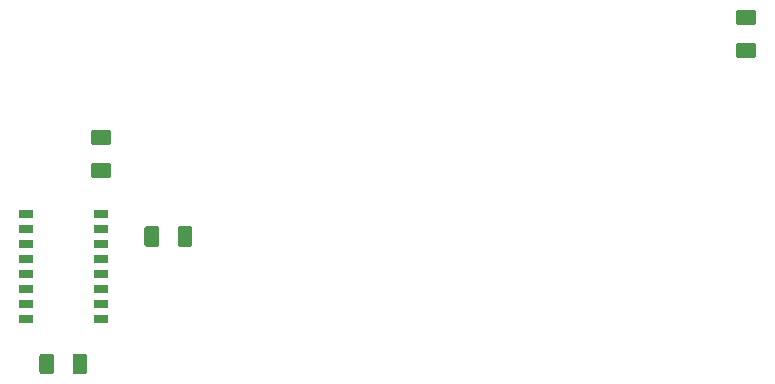
<source format=gbr>
G04 #@! TF.GenerationSoftware,KiCad,Pcbnew,5.0.2-bee76a0~70~ubuntu16.04.1*
G04 #@! TF.CreationDate,2019-06-09T20:50:42+02:00*
G04 #@! TF.ProjectId,VIAxe,56494178-652e-46b6-9963-61645f706362,rev?*
G04 #@! TF.SameCoordinates,Original*
G04 #@! TF.FileFunction,Paste,Top*
G04 #@! TF.FilePolarity,Positive*
%FSLAX46Y46*%
G04 Gerber Fmt 4.6, Leading zero omitted, Abs format (unit mm)*
G04 Created by KiCad (PCBNEW 5.0.2-bee76a0~70~ubuntu16.04.1) date nie, 9 cze 2019, 20:50:42*
%MOMM*%
%LPD*%
G01*
G04 APERTURE LIST*
%ADD10C,0.100000*%
%ADD11C,1.250000*%
%ADD12R,1.300000X0.800000*%
G04 APERTURE END LIST*
D10*
G04 #@! TO.C,C1*
G36*
X95899504Y-67451204D02*
X95923773Y-67454804D01*
X95947571Y-67460765D01*
X95970671Y-67469030D01*
X95992849Y-67479520D01*
X96013893Y-67492133D01*
X96033598Y-67506747D01*
X96051777Y-67523223D01*
X96068253Y-67541402D01*
X96082867Y-67561107D01*
X96095480Y-67582151D01*
X96105970Y-67604329D01*
X96114235Y-67627429D01*
X96120196Y-67651227D01*
X96123796Y-67675496D01*
X96125000Y-67700000D01*
X96125000Y-68450000D01*
X96123796Y-68474504D01*
X96120196Y-68498773D01*
X96114235Y-68522571D01*
X96105970Y-68545671D01*
X96095480Y-68567849D01*
X96082867Y-68588893D01*
X96068253Y-68608598D01*
X96051777Y-68626777D01*
X96033598Y-68643253D01*
X96013893Y-68657867D01*
X95992849Y-68670480D01*
X95970671Y-68680970D01*
X95947571Y-68689235D01*
X95923773Y-68695196D01*
X95899504Y-68698796D01*
X95875000Y-68700000D01*
X94625000Y-68700000D01*
X94600496Y-68698796D01*
X94576227Y-68695196D01*
X94552429Y-68689235D01*
X94529329Y-68680970D01*
X94507151Y-68670480D01*
X94486107Y-68657867D01*
X94466402Y-68643253D01*
X94448223Y-68626777D01*
X94431747Y-68608598D01*
X94417133Y-68588893D01*
X94404520Y-68567849D01*
X94394030Y-68545671D01*
X94385765Y-68522571D01*
X94379804Y-68498773D01*
X94376204Y-68474504D01*
X94375000Y-68450000D01*
X94375000Y-67700000D01*
X94376204Y-67675496D01*
X94379804Y-67651227D01*
X94385765Y-67627429D01*
X94394030Y-67604329D01*
X94404520Y-67582151D01*
X94417133Y-67561107D01*
X94431747Y-67541402D01*
X94448223Y-67523223D01*
X94466402Y-67506747D01*
X94486107Y-67492133D01*
X94507151Y-67479520D01*
X94529329Y-67469030D01*
X94552429Y-67460765D01*
X94576227Y-67454804D01*
X94600496Y-67451204D01*
X94625000Y-67450000D01*
X95875000Y-67450000D01*
X95899504Y-67451204D01*
X95899504Y-67451204D01*
G37*
D11*
X95250000Y-68075000D03*
D10*
G36*
X95899504Y-64651204D02*
X95923773Y-64654804D01*
X95947571Y-64660765D01*
X95970671Y-64669030D01*
X95992849Y-64679520D01*
X96013893Y-64692133D01*
X96033598Y-64706747D01*
X96051777Y-64723223D01*
X96068253Y-64741402D01*
X96082867Y-64761107D01*
X96095480Y-64782151D01*
X96105970Y-64804329D01*
X96114235Y-64827429D01*
X96120196Y-64851227D01*
X96123796Y-64875496D01*
X96125000Y-64900000D01*
X96125000Y-65650000D01*
X96123796Y-65674504D01*
X96120196Y-65698773D01*
X96114235Y-65722571D01*
X96105970Y-65745671D01*
X96095480Y-65767849D01*
X96082867Y-65788893D01*
X96068253Y-65808598D01*
X96051777Y-65826777D01*
X96033598Y-65843253D01*
X96013893Y-65857867D01*
X95992849Y-65870480D01*
X95970671Y-65880970D01*
X95947571Y-65889235D01*
X95923773Y-65895196D01*
X95899504Y-65898796D01*
X95875000Y-65900000D01*
X94625000Y-65900000D01*
X94600496Y-65898796D01*
X94576227Y-65895196D01*
X94552429Y-65889235D01*
X94529329Y-65880970D01*
X94507151Y-65870480D01*
X94486107Y-65857867D01*
X94466402Y-65843253D01*
X94448223Y-65826777D01*
X94431747Y-65808598D01*
X94417133Y-65788893D01*
X94404520Y-65767849D01*
X94394030Y-65745671D01*
X94385765Y-65722571D01*
X94379804Y-65698773D01*
X94376204Y-65674504D01*
X94375000Y-65650000D01*
X94375000Y-64900000D01*
X94376204Y-64875496D01*
X94379804Y-64851227D01*
X94385765Y-64827429D01*
X94394030Y-64804329D01*
X94404520Y-64782151D01*
X94417133Y-64761107D01*
X94431747Y-64741402D01*
X94448223Y-64723223D01*
X94466402Y-64706747D01*
X94486107Y-64692133D01*
X94507151Y-64679520D01*
X94529329Y-64669030D01*
X94552429Y-64660765D01*
X94576227Y-64654804D01*
X94600496Y-64651204D01*
X94625000Y-64650000D01*
X95875000Y-64650000D01*
X95899504Y-64651204D01*
X95899504Y-64651204D01*
G37*
D11*
X95250000Y-65275000D03*
G04 #@! TD*
D10*
G04 #@! TO.C,C2*
G36*
X36464504Y-93741204D02*
X36488773Y-93744804D01*
X36512571Y-93750765D01*
X36535671Y-93759030D01*
X36557849Y-93769520D01*
X36578893Y-93782133D01*
X36598598Y-93796747D01*
X36616777Y-93813223D01*
X36633253Y-93831402D01*
X36647867Y-93851107D01*
X36660480Y-93872151D01*
X36670970Y-93894329D01*
X36679235Y-93917429D01*
X36685196Y-93941227D01*
X36688796Y-93965496D01*
X36690000Y-93990000D01*
X36690000Y-95240000D01*
X36688796Y-95264504D01*
X36685196Y-95288773D01*
X36679235Y-95312571D01*
X36670970Y-95335671D01*
X36660480Y-95357849D01*
X36647867Y-95378893D01*
X36633253Y-95398598D01*
X36616777Y-95416777D01*
X36598598Y-95433253D01*
X36578893Y-95447867D01*
X36557849Y-95460480D01*
X36535671Y-95470970D01*
X36512571Y-95479235D01*
X36488773Y-95485196D01*
X36464504Y-95488796D01*
X36440000Y-95490000D01*
X35690000Y-95490000D01*
X35665496Y-95488796D01*
X35641227Y-95485196D01*
X35617429Y-95479235D01*
X35594329Y-95470970D01*
X35572151Y-95460480D01*
X35551107Y-95447867D01*
X35531402Y-95433253D01*
X35513223Y-95416777D01*
X35496747Y-95398598D01*
X35482133Y-95378893D01*
X35469520Y-95357849D01*
X35459030Y-95335671D01*
X35450765Y-95312571D01*
X35444804Y-95288773D01*
X35441204Y-95264504D01*
X35440000Y-95240000D01*
X35440000Y-93990000D01*
X35441204Y-93965496D01*
X35444804Y-93941227D01*
X35450765Y-93917429D01*
X35459030Y-93894329D01*
X35469520Y-93872151D01*
X35482133Y-93851107D01*
X35496747Y-93831402D01*
X35513223Y-93813223D01*
X35531402Y-93796747D01*
X35551107Y-93782133D01*
X35572151Y-93769520D01*
X35594329Y-93759030D01*
X35617429Y-93750765D01*
X35641227Y-93744804D01*
X35665496Y-93741204D01*
X35690000Y-93740000D01*
X36440000Y-93740000D01*
X36464504Y-93741204D01*
X36464504Y-93741204D01*
G37*
D11*
X36065000Y-94615000D03*
D10*
G36*
X39264504Y-93741204D02*
X39288773Y-93744804D01*
X39312571Y-93750765D01*
X39335671Y-93759030D01*
X39357849Y-93769520D01*
X39378893Y-93782133D01*
X39398598Y-93796747D01*
X39416777Y-93813223D01*
X39433253Y-93831402D01*
X39447867Y-93851107D01*
X39460480Y-93872151D01*
X39470970Y-93894329D01*
X39479235Y-93917429D01*
X39485196Y-93941227D01*
X39488796Y-93965496D01*
X39490000Y-93990000D01*
X39490000Y-95240000D01*
X39488796Y-95264504D01*
X39485196Y-95288773D01*
X39479235Y-95312571D01*
X39470970Y-95335671D01*
X39460480Y-95357849D01*
X39447867Y-95378893D01*
X39433253Y-95398598D01*
X39416777Y-95416777D01*
X39398598Y-95433253D01*
X39378893Y-95447867D01*
X39357849Y-95460480D01*
X39335671Y-95470970D01*
X39312571Y-95479235D01*
X39288773Y-95485196D01*
X39264504Y-95488796D01*
X39240000Y-95490000D01*
X38490000Y-95490000D01*
X38465496Y-95488796D01*
X38441227Y-95485196D01*
X38417429Y-95479235D01*
X38394329Y-95470970D01*
X38372151Y-95460480D01*
X38351107Y-95447867D01*
X38331402Y-95433253D01*
X38313223Y-95416777D01*
X38296747Y-95398598D01*
X38282133Y-95378893D01*
X38269520Y-95357849D01*
X38259030Y-95335671D01*
X38250765Y-95312571D01*
X38244804Y-95288773D01*
X38241204Y-95264504D01*
X38240000Y-95240000D01*
X38240000Y-93990000D01*
X38241204Y-93965496D01*
X38244804Y-93941227D01*
X38250765Y-93917429D01*
X38259030Y-93894329D01*
X38269520Y-93872151D01*
X38282133Y-93851107D01*
X38296747Y-93831402D01*
X38313223Y-93813223D01*
X38331402Y-93796747D01*
X38351107Y-93782133D01*
X38372151Y-93769520D01*
X38394329Y-93759030D01*
X38417429Y-93750765D01*
X38441227Y-93744804D01*
X38465496Y-93741204D01*
X38490000Y-93740000D01*
X39240000Y-93740000D01*
X39264504Y-93741204D01*
X39264504Y-93741204D01*
G37*
D11*
X38865000Y-94615000D03*
G04 #@! TD*
D10*
G04 #@! TO.C,C3*
G36*
X45354504Y-82946204D02*
X45378773Y-82949804D01*
X45402571Y-82955765D01*
X45425671Y-82964030D01*
X45447849Y-82974520D01*
X45468893Y-82987133D01*
X45488598Y-83001747D01*
X45506777Y-83018223D01*
X45523253Y-83036402D01*
X45537867Y-83056107D01*
X45550480Y-83077151D01*
X45560970Y-83099329D01*
X45569235Y-83122429D01*
X45575196Y-83146227D01*
X45578796Y-83170496D01*
X45580000Y-83195000D01*
X45580000Y-84445000D01*
X45578796Y-84469504D01*
X45575196Y-84493773D01*
X45569235Y-84517571D01*
X45560970Y-84540671D01*
X45550480Y-84562849D01*
X45537867Y-84583893D01*
X45523253Y-84603598D01*
X45506777Y-84621777D01*
X45488598Y-84638253D01*
X45468893Y-84652867D01*
X45447849Y-84665480D01*
X45425671Y-84675970D01*
X45402571Y-84684235D01*
X45378773Y-84690196D01*
X45354504Y-84693796D01*
X45330000Y-84695000D01*
X44580000Y-84695000D01*
X44555496Y-84693796D01*
X44531227Y-84690196D01*
X44507429Y-84684235D01*
X44484329Y-84675970D01*
X44462151Y-84665480D01*
X44441107Y-84652867D01*
X44421402Y-84638253D01*
X44403223Y-84621777D01*
X44386747Y-84603598D01*
X44372133Y-84583893D01*
X44359520Y-84562849D01*
X44349030Y-84540671D01*
X44340765Y-84517571D01*
X44334804Y-84493773D01*
X44331204Y-84469504D01*
X44330000Y-84445000D01*
X44330000Y-83195000D01*
X44331204Y-83170496D01*
X44334804Y-83146227D01*
X44340765Y-83122429D01*
X44349030Y-83099329D01*
X44359520Y-83077151D01*
X44372133Y-83056107D01*
X44386747Y-83036402D01*
X44403223Y-83018223D01*
X44421402Y-83001747D01*
X44441107Y-82987133D01*
X44462151Y-82974520D01*
X44484329Y-82964030D01*
X44507429Y-82955765D01*
X44531227Y-82949804D01*
X44555496Y-82946204D01*
X44580000Y-82945000D01*
X45330000Y-82945000D01*
X45354504Y-82946204D01*
X45354504Y-82946204D01*
G37*
D11*
X44955000Y-83820000D03*
D10*
G36*
X48154504Y-82946204D02*
X48178773Y-82949804D01*
X48202571Y-82955765D01*
X48225671Y-82964030D01*
X48247849Y-82974520D01*
X48268893Y-82987133D01*
X48288598Y-83001747D01*
X48306777Y-83018223D01*
X48323253Y-83036402D01*
X48337867Y-83056107D01*
X48350480Y-83077151D01*
X48360970Y-83099329D01*
X48369235Y-83122429D01*
X48375196Y-83146227D01*
X48378796Y-83170496D01*
X48380000Y-83195000D01*
X48380000Y-84445000D01*
X48378796Y-84469504D01*
X48375196Y-84493773D01*
X48369235Y-84517571D01*
X48360970Y-84540671D01*
X48350480Y-84562849D01*
X48337867Y-84583893D01*
X48323253Y-84603598D01*
X48306777Y-84621777D01*
X48288598Y-84638253D01*
X48268893Y-84652867D01*
X48247849Y-84665480D01*
X48225671Y-84675970D01*
X48202571Y-84684235D01*
X48178773Y-84690196D01*
X48154504Y-84693796D01*
X48130000Y-84695000D01*
X47380000Y-84695000D01*
X47355496Y-84693796D01*
X47331227Y-84690196D01*
X47307429Y-84684235D01*
X47284329Y-84675970D01*
X47262151Y-84665480D01*
X47241107Y-84652867D01*
X47221402Y-84638253D01*
X47203223Y-84621777D01*
X47186747Y-84603598D01*
X47172133Y-84583893D01*
X47159520Y-84562849D01*
X47149030Y-84540671D01*
X47140765Y-84517571D01*
X47134804Y-84493773D01*
X47131204Y-84469504D01*
X47130000Y-84445000D01*
X47130000Y-83195000D01*
X47131204Y-83170496D01*
X47134804Y-83146227D01*
X47140765Y-83122429D01*
X47149030Y-83099329D01*
X47159520Y-83077151D01*
X47172133Y-83056107D01*
X47186747Y-83036402D01*
X47203223Y-83018223D01*
X47221402Y-83001747D01*
X47241107Y-82987133D01*
X47262151Y-82974520D01*
X47284329Y-82964030D01*
X47307429Y-82955765D01*
X47331227Y-82949804D01*
X47355496Y-82946204D01*
X47380000Y-82945000D01*
X48130000Y-82945000D01*
X48154504Y-82946204D01*
X48154504Y-82946204D01*
G37*
D11*
X47755000Y-83820000D03*
G04 #@! TD*
D10*
G04 #@! TO.C,R1*
G36*
X41289504Y-77611204D02*
X41313773Y-77614804D01*
X41337571Y-77620765D01*
X41360671Y-77629030D01*
X41382849Y-77639520D01*
X41403893Y-77652133D01*
X41423598Y-77666747D01*
X41441777Y-77683223D01*
X41458253Y-77701402D01*
X41472867Y-77721107D01*
X41485480Y-77742151D01*
X41495970Y-77764329D01*
X41504235Y-77787429D01*
X41510196Y-77811227D01*
X41513796Y-77835496D01*
X41515000Y-77860000D01*
X41515000Y-78610000D01*
X41513796Y-78634504D01*
X41510196Y-78658773D01*
X41504235Y-78682571D01*
X41495970Y-78705671D01*
X41485480Y-78727849D01*
X41472867Y-78748893D01*
X41458253Y-78768598D01*
X41441777Y-78786777D01*
X41423598Y-78803253D01*
X41403893Y-78817867D01*
X41382849Y-78830480D01*
X41360671Y-78840970D01*
X41337571Y-78849235D01*
X41313773Y-78855196D01*
X41289504Y-78858796D01*
X41265000Y-78860000D01*
X40015000Y-78860000D01*
X39990496Y-78858796D01*
X39966227Y-78855196D01*
X39942429Y-78849235D01*
X39919329Y-78840970D01*
X39897151Y-78830480D01*
X39876107Y-78817867D01*
X39856402Y-78803253D01*
X39838223Y-78786777D01*
X39821747Y-78768598D01*
X39807133Y-78748893D01*
X39794520Y-78727849D01*
X39784030Y-78705671D01*
X39775765Y-78682571D01*
X39769804Y-78658773D01*
X39766204Y-78634504D01*
X39765000Y-78610000D01*
X39765000Y-77860000D01*
X39766204Y-77835496D01*
X39769804Y-77811227D01*
X39775765Y-77787429D01*
X39784030Y-77764329D01*
X39794520Y-77742151D01*
X39807133Y-77721107D01*
X39821747Y-77701402D01*
X39838223Y-77683223D01*
X39856402Y-77666747D01*
X39876107Y-77652133D01*
X39897151Y-77639520D01*
X39919329Y-77629030D01*
X39942429Y-77620765D01*
X39966227Y-77614804D01*
X39990496Y-77611204D01*
X40015000Y-77610000D01*
X41265000Y-77610000D01*
X41289504Y-77611204D01*
X41289504Y-77611204D01*
G37*
D11*
X40640000Y-78235000D03*
D10*
G36*
X41289504Y-74811204D02*
X41313773Y-74814804D01*
X41337571Y-74820765D01*
X41360671Y-74829030D01*
X41382849Y-74839520D01*
X41403893Y-74852133D01*
X41423598Y-74866747D01*
X41441777Y-74883223D01*
X41458253Y-74901402D01*
X41472867Y-74921107D01*
X41485480Y-74942151D01*
X41495970Y-74964329D01*
X41504235Y-74987429D01*
X41510196Y-75011227D01*
X41513796Y-75035496D01*
X41515000Y-75060000D01*
X41515000Y-75810000D01*
X41513796Y-75834504D01*
X41510196Y-75858773D01*
X41504235Y-75882571D01*
X41495970Y-75905671D01*
X41485480Y-75927849D01*
X41472867Y-75948893D01*
X41458253Y-75968598D01*
X41441777Y-75986777D01*
X41423598Y-76003253D01*
X41403893Y-76017867D01*
X41382849Y-76030480D01*
X41360671Y-76040970D01*
X41337571Y-76049235D01*
X41313773Y-76055196D01*
X41289504Y-76058796D01*
X41265000Y-76060000D01*
X40015000Y-76060000D01*
X39990496Y-76058796D01*
X39966227Y-76055196D01*
X39942429Y-76049235D01*
X39919329Y-76040970D01*
X39897151Y-76030480D01*
X39876107Y-76017867D01*
X39856402Y-76003253D01*
X39838223Y-75986777D01*
X39821747Y-75968598D01*
X39807133Y-75948893D01*
X39794520Y-75927849D01*
X39784030Y-75905671D01*
X39775765Y-75882571D01*
X39769804Y-75858773D01*
X39766204Y-75834504D01*
X39765000Y-75810000D01*
X39765000Y-75060000D01*
X39766204Y-75035496D01*
X39769804Y-75011227D01*
X39775765Y-74987429D01*
X39784030Y-74964329D01*
X39794520Y-74942151D01*
X39807133Y-74921107D01*
X39821747Y-74901402D01*
X39838223Y-74883223D01*
X39856402Y-74866747D01*
X39876107Y-74852133D01*
X39897151Y-74839520D01*
X39919329Y-74829030D01*
X39942429Y-74820765D01*
X39966227Y-74814804D01*
X39990496Y-74811204D01*
X40015000Y-74810000D01*
X41265000Y-74810000D01*
X41289504Y-74811204D01*
X41289504Y-74811204D01*
G37*
D11*
X40640000Y-75435000D03*
G04 #@! TD*
D12*
G04 #@! TO.C,U1*
X34315000Y-81910000D03*
X34315000Y-83190000D03*
X34315000Y-84450000D03*
X34315000Y-85720000D03*
X34315000Y-87000000D03*
X34315000Y-88270000D03*
X34315000Y-89530000D03*
X34315000Y-90810000D03*
X40615000Y-90810000D03*
X40615000Y-89530000D03*
X40615000Y-88270000D03*
X40615000Y-87000000D03*
X40615000Y-85720000D03*
X40615000Y-84450000D03*
X40615000Y-83190000D03*
X40615000Y-81910000D03*
G04 #@! TD*
M02*

</source>
